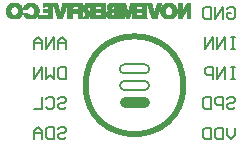
<source format=gbr>
G04 Layer_Color=32896*
%FSLAX26Y26*%
%MOIN*%
%TF.FileFunction,Legend,Bot*%
%TF.Part,Single*%
G01*
G75*
%TA.AperFunction,NonConductor*%
%ADD18C,0.007000*%
%ADD19C,0.020000*%
%ADD20C,0.038000*%
%ADD21C,0.001395*%
%ADD22C,0.008000*%
D18*
X432000Y239000D02*
G03*
X432000Y209000I0J-15000D01*
G01*
X500000Y264000D02*
G03*
X500000Y294000I0J15000D01*
G01*
X432000D02*
G03*
X432000Y264000I0J-15000D01*
G01*
X500000Y209000D02*
G03*
X500000Y239000I0J15000D01*
G01*
X432000Y294000D02*
X500000D01*
X432000Y264000D02*
X500000D01*
X432000Y209000D02*
X500000D01*
X432000Y239000D02*
X500000D01*
X773342Y478323D02*
X780006Y484987D01*
X793336D01*
X800000Y478323D01*
Y451664D01*
X793336Y445000D01*
X780006D01*
X773342Y451664D01*
Y464993D01*
X786671D01*
X760013Y445000D02*
Y484987D01*
X733355Y445000D01*
Y484987D01*
X720026D02*
Y445000D01*
X700032D01*
X693368Y451664D01*
Y478323D01*
X700032Y484987D01*
X720026D01*
X800000Y384987D02*
X786671D01*
X793336D01*
Y345000D01*
X800000D01*
X786671D01*
X766677D02*
Y384987D01*
X740019Y345000D01*
Y384987D01*
X726690Y345000D02*
Y384987D01*
X700032Y345000D01*
Y384987D01*
X800000Y83987D02*
Y57329D01*
X786671Y44000D01*
X773342Y57329D01*
Y83987D01*
X760013D02*
Y44000D01*
X740019D01*
X733355Y50664D01*
Y77323D01*
X740019Y83987D01*
X760013D01*
X720026D02*
Y44000D01*
X700032D01*
X693368Y50664D01*
Y77323D01*
X700032Y83987D01*
X720026D01*
X773342Y178323D02*
X780006Y184987D01*
X793336D01*
X800000Y178323D01*
Y171658D01*
X793336Y164994D01*
X780006D01*
X773342Y158329D01*
Y151665D01*
X780006Y145000D01*
X793336D01*
X800000Y151665D01*
X760013Y145000D02*
Y184987D01*
X740019D01*
X733355Y178323D01*
Y164994D01*
X740019Y158329D01*
X760013D01*
X720026Y184987D02*
Y145000D01*
X700032D01*
X693368Y151665D01*
Y178323D01*
X700032Y184987D01*
X720026D01*
X800000Y284987D02*
X786671D01*
X793336D01*
Y245000D01*
X800000D01*
X786671D01*
X766677D02*
Y284987D01*
X740019Y245000D01*
Y284987D01*
X726690Y245000D02*
Y284987D01*
X706697D01*
X700032Y278323D01*
Y264993D01*
X706697Y258329D01*
X726690D01*
D19*
X629012Y225000D02*
G03*
X629012Y225000I-163012J0D01*
G01*
D20*
X433000Y168000D02*
X499000D01*
D21*
X177040Y464185D02*
X190988D01*
X192382Y497660D02*
X207726D01*
X161697Y471159D02*
X190988D01*
X319309Y478133D02*
X333257D01*
X337442Y492081D02*
X368127D01*
X609428Y455816D02*
X627561D01*
X337442Y458606D02*
X368127D01*
X589901Y480922D02*
X605244D01*
X144959Y457211D02*
X157512D01*
X570374Y499055D02*
X588506D01*
X430894Y473948D02*
X440657D01*
X415551Y453026D02*
X429499D01*
X128222Y462790D02*
X144959D01*
X338837Y475343D02*
X368127D01*
X627561Y478133D02*
X652667D01*
X242595Y450237D02*
X256543D01*
X75219Y482317D02*
X90562D01*
X457395Y462790D02*
X469948D01*
X161697Y457211D02*
X190988D01*
X260728Y471159D02*
X290019D01*
X415551Y454421D02*
X429499D01*
X132406Y471159D02*
X146354D01*
X640114Y499055D02*
X652667D01*
X609428Y497660D02*
X623376D01*
X161697Y494870D02*
X190988D01*
X444842Y472553D02*
X456000D01*
X337442Y448842D02*
X368127D01*
X124037Y460000D02*
X143565D01*
X132406Y472553D02*
X146354D01*
X609428Y483712D02*
X623376D01*
X354179Y464185D02*
X368127D01*
X429499Y478133D02*
X440657D01*
X177040Y482317D02*
X190988D01*
X396024Y460000D02*
X409972D01*
X192382Y499055D02*
X207726D01*
X202146Y468369D02*
X216094D01*
X294203Y486502D02*
X313730D01*
X260728Y475343D02*
X290019D01*
X199357Y478133D02*
X213305D01*
X638719Y494870D02*
X652667D01*
X199357Y476738D02*
X213305D01*
X511792Y482317D02*
X527135D01*
X338837Y473948D02*
X368127D01*
X370917Y465579D02*
X384865D01*
X195172Y489291D02*
X210515D01*
X207726Y451631D02*
X225858D01*
X557821Y489291D02*
X601059D01*
X490870Y461395D02*
X504818D01*
X161697Y496265D02*
X190988D01*
X557821Y490686D02*
X601059D01*
X337442Y454421D02*
X368127D01*
X197962Y480922D02*
X211910D01*
X129617Y464185D02*
X144959D01*
X415551Y457211D02*
X429499D01*
X609428Y487896D02*
X623376D01*
X415551Y483712D02*
X437868D01*
X490870Y462790D02*
X504818D01*
X337442Y487896D02*
X368127D01*
X93352Y466974D02*
X107300D01*
X161697Y476738D02*
X190988D01*
X242595Y492081D02*
X256543D01*
X37560Y480922D02*
X54297D01*
X144959Y454421D02*
X157512D01*
X373707Y486502D02*
X390444D01*
X552241Y472553D02*
X566189D01*
X177040Y465579D02*
X190988D01*
X588506Y483712D02*
X605244D01*
X242595Y487896D02*
X256543D01*
X628955Y479528D02*
X652667D01*
X242595Y499055D02*
X256543D01*
X591296Y471159D02*
X606638D01*
X354179Y483712D02*
X368127D01*
X584322Y486502D02*
X603849D01*
X450421Y490686D02*
X469948D01*
X131011Y466974D02*
X144959D01*
X292808Y448842D02*
X309546D01*
X37560Y472553D02*
X51508D01*
X553636Y462790D02*
X570374D01*
X45929Y493476D02*
X83588D01*
X415551Y473948D02*
X428104D01*
X475527Y487896D02*
X504818D01*
X260728Y469764D02*
X290019D01*
X475527Y494870D02*
X504818D01*
X624771Y473948D02*
X638719D01*
X319309Y480922D02*
X333257D01*
X432288Y468369D02*
X453210D01*
X301177Y460000D02*
X317915D01*
X532714Y469764D02*
X545267D01*
X396024Y461395D02*
X409972D01*
X591296Y466974D02*
X606638D01*
X129617Y480922D02*
X144959D01*
X475527Y489291D02*
X504818D01*
X509002Y493476D02*
X522951D01*
X415551Y458606D02*
X429499D01*
X242595Y464185D02*
X256543D01*
X91957Y479528D02*
X107300D01*
X292808Y482317D02*
X308151D01*
X457395Y472553D02*
X469948D01*
X556426Y458606D02*
X602454D01*
X220279Y475343D02*
X232832D01*
X107300Y497660D02*
X131011D01*
X457395Y453026D02*
X469948D01*
X37560Y471159D02*
X51508D01*
X640114Y460000D02*
X652667D01*
X55692Y447447D02*
X73825D01*
X161697Y451631D02*
X190988D01*
X591296Y469764D02*
X606638D01*
X375102Y478133D02*
X409972D01*
X552241D02*
X567584D01*
Y448842D02*
X591296D01*
X45929Y453026D02*
X83588D01*
X308151Y499055D02*
X333257D01*
X206331Y457211D02*
X227253D01*
X200751Y475343D02*
X214699D01*
X296993Y492081D02*
X333257D01*
X449026Y489291D02*
X469948D01*
X207726Y454421D02*
X227253D01*
X302572Y465579D02*
X333257D01*
X535504Y479528D02*
X549452D01*
X197962Y483712D02*
X211910D01*
X260728Y489291D02*
X290019D01*
X75219Y464185D02*
X90562D01*
X437868Y448842D02*
X449026D01*
X51508Y497660D02*
X76614D01*
X94747Y485107D02*
X111484D01*
X69640Y486502D02*
X89167D01*
X126827Y461395D02*
X143565D01*
X242595Y476738D02*
X256543D01*
X609428Y493476D02*
X623376D01*
X103115Y494870D02*
X135196D01*
X193778D02*
X207726D01*
X490870Y480922D02*
X504818D01*
X415551Y461395D02*
X429499D01*
X75219Y465579D02*
X90562D01*
X132406Y475343D02*
X146354D01*
X242595Y461395D02*
X256543D01*
X396024Y465579D02*
X409972D01*
X44534Y492081D02*
X84983D01*
X609428Y479528D02*
X623376D01*
X195172Y492081D02*
X209120D01*
X43139Y490686D02*
X86378D01*
X415551Y469764D02*
X429499D01*
X294203Y450237D02*
X310941D01*
X532714Y472553D02*
X546662D01*
X609428Y460000D02*
X628955D01*
X446236Y480922D02*
X469948D01*
X513187Y478133D02*
X527135D01*
X475527Y473948D02*
X504818D01*
X292808Y447447D02*
X308151D01*
X337442Y493476D02*
X368127D01*
X209120Y450237D02*
X224463D01*
X144959Y451631D02*
X157512D01*
X415551Y497660D02*
X435078D01*
X609428Y447447D02*
X621981D01*
X100326Y492081D02*
X139380D01*
X384865Y499055D02*
X409972D01*
X37560Y475343D02*
X51508D01*
X295598Y453026D02*
X312336D01*
X415551Y496265D02*
X435078D01*
X319309Y482317D02*
X333257D01*
X591296Y476738D02*
X606638D01*
X415551Y447447D02*
X429499D01*
X457395Y475343D02*
X469948D01*
X276071Y483712D02*
X290019D01*
X623376Y469764D02*
X635929D01*
X630350Y482317D02*
X652667D01*
X225858Y496265D02*
X239806D01*
X204936Y460000D02*
X228648D01*
X380681Y497660D02*
X409972D01*
X380681Y448842D02*
X409972D01*
X457395Y465579D02*
X469948D01*
X511792Y483712D02*
X525740D01*
X475527Y499055D02*
X504818D01*
X436473Y451631D02*
X449026D01*
X161697Y458606D02*
X190988D01*
X552241Y471159D02*
X566189D01*
X242595Y490686D02*
X256543D01*
X429499Y475343D02*
X440657D01*
X373707Y485107D02*
X387655D01*
X555031Y461395D02*
X571768D01*
X221673Y485107D02*
X237016D01*
X223068Y487896D02*
X237016D01*
X475527Y454421D02*
X504818D01*
X415551Y455816D02*
X429499D01*
X513187Y480922D02*
X527135D01*
X475527Y471159D02*
X504818D01*
X396024Y482317D02*
X409972D01*
X555031Y485107D02*
X571768D01*
X97536Y457211D02*
X140775D01*
X538293Y492081D02*
X553636D01*
X557821Y457211D02*
X601059D01*
X588506Y462790D02*
X605244D01*
X507608Y496265D02*
X522951D01*
X475527Y451631D02*
X504818D01*
X373707Y482317D02*
X387655D01*
X376496Y476738D02*
X409972D01*
X129617Y482317D02*
X144959D01*
X224463Y493476D02*
X239806D01*
X76614Y466974D02*
X90562D01*
X475527Y450237D02*
X504818D01*
X511792Y485107D02*
X525740D01*
X640114Y464185D02*
X652667D01*
X375102Y453026D02*
X409972D01*
X319309Y451631D02*
X333257D01*
X447631Y482317D02*
X469948D01*
X541083Y497660D02*
X555031D01*
X640114Y457211D02*
X652667D01*
X319309Y476738D02*
X333257D01*
X76614Y472553D02*
X91957D01*
X93352Y482317D02*
X108695D01*
X415551Y493476D02*
X435078D01*
X609428Y480922D02*
X623376D01*
X591296Y479528D02*
X606638D01*
X444842Y473948D02*
X456000D01*
X131011Y478133D02*
X146354D01*
X631745Y485107D02*
X652667D01*
X354179Y486502D02*
X368127D01*
X260728Y497660D02*
X290019D01*
X177040Y485107D02*
X190988D01*
X220279Y479528D02*
X234227D01*
X354179Y462790D02*
X368127D01*
X276071Y479528D02*
X290019D01*
X415551Y465579D02*
X429499D01*
X559215Y454421D02*
X599664D01*
X609428Y453026D02*
X624771D01*
X534109Y473948D02*
X548057D01*
X375102Y492081D02*
X409972D01*
X591296Y475343D02*
X606638D01*
X609428Y451631D02*
X624771D01*
X630350Y480922D02*
X652667D01*
X338837Y476738D02*
X368127D01*
X161697Y493476D02*
X190988D01*
X436473Y453026D02*
X449026D01*
X94747Y462790D02*
X110089D01*
X609428Y486502D02*
X623376D01*
X524345Y447447D02*
X538293D01*
X589901Y482317D02*
X605244D01*
X475527Y448842D02*
X506213D01*
X76614Y468369D02*
X91957D01*
X430894Y472553D02*
X442052D01*
X437868Y450237D02*
X449026D01*
X563400Y494870D02*
X595480D01*
X72430Y461395D02*
X89167D01*
X538293Y489291D02*
X552241D01*
X224463Y492081D02*
X239806D01*
X534109Y476738D02*
X548057D01*
X298387Y493476D02*
X333257D01*
X203541Y465579D02*
X216094D01*
X161697Y478133D02*
X190988D01*
X50113Y450237D02*
X79404D01*
X96141Y458606D02*
X142170D01*
X429499Y476738D02*
X440657D01*
X197962Y482317D02*
X211910D01*
X161697Y487896D02*
X190988D01*
X242595Y482317D02*
X256543D01*
X511792Y486502D02*
X525740D01*
X555031D02*
X574558D01*
X532714Y471159D02*
X546662D01*
X223068Y486502D02*
X237016D01*
X55692Y499055D02*
X73825D01*
X475527Y475343D02*
X504818D01*
X557821Y455816D02*
X601059D01*
X609428Y466974D02*
X634534D01*
X536898Y483712D02*
X550846D01*
X638719Y496265D02*
X652667D01*
X218884Y473948D02*
X232832D01*
X640114Y454421D02*
X652667D01*
X292808Y479528D02*
X306756D01*
X372312Y455816D02*
X409972D01*
X475527Y497660D02*
X506213D01*
X415551Y478133D02*
X428104D01*
X457395Y460000D02*
X469948D01*
X103115Y451631D02*
X135196D01*
X144959Y458606D02*
X157512D01*
X375102Y472553D02*
X409972D01*
X429499Y479528D02*
X439262D01*
X302572Y497660D02*
X333257D01*
X609428Y472553D02*
X623376D01*
X37560Y466974D02*
X52903D01*
X260728Y487896D02*
X290019D01*
X560610Y493476D02*
X598270D01*
X354179Y480922D02*
X368127D01*
X242595Y471159D02*
X256543D01*
X517371Y465579D02*
X543872D01*
X161697Y479528D02*
X190988D01*
X319309Y460000D02*
X333257D01*
X301177Y496265D02*
X333257D01*
X609428Y499055D02*
X623376D01*
X433683Y464185D02*
X453210D01*
X52903Y448842D02*
X76614D01*
X509002Y490686D02*
X524345D01*
X475527Y455816D02*
X504818D01*
X640114Y475343D02*
X652667D01*
X446236Y479528D02*
X469948D01*
X457395Y458606D02*
X469948D01*
X296993Y469764D02*
X333257D01*
X295598Y473948D02*
X333257D01*
X260728Y486502D02*
X262123D01*
X276071Y458606D02*
X290019D01*
X202146Y471159D02*
X216094D01*
X96141Y460000D02*
X114274D01*
X298387Y455816D02*
X313730D01*
X437868Y447447D02*
X447631D01*
X589901Y464185D02*
X605244D01*
X415551Y476738D02*
X428104D01*
X521556Y454421D02*
X541083D01*
X295598Y471159D02*
X333257D01*
X552241Y479528D02*
X567584D01*
X337442Y489291D02*
X368127D01*
X435078Y458606D02*
X451816D01*
X552241Y475343D02*
X566189D01*
X242595Y494870D02*
X256543D01*
X37560Y476738D02*
X51508D01*
X370917Y460000D02*
X394629D01*
X276071Y461395D02*
X290019D01*
X446236Y478133D02*
X456000D01*
X225858Y494870D02*
X239806D01*
X319309Y479528D02*
X333257D01*
X609428Y464185D02*
X631745D01*
X220279Y476738D02*
X234227D01*
X609428Y490686D02*
X623376D01*
X475527Y496265D02*
X504818D01*
X144959Y460000D02*
X157512D01*
X161697Y469764D02*
X190988D01*
X513187Y479528D02*
X527135D01*
X415551Y492081D02*
X436473D01*
X242595Y473948D02*
X256543D01*
X451816Y496265D02*
X469948D01*
X370917Y464185D02*
X384865D01*
X553636Y480922D02*
X568979D01*
X475527Y457211D02*
X504818D01*
X609428Y465579D02*
X633140D01*
X433683D02*
X453210D01*
X97536Y489291D02*
X140775D01*
X177040Y462790D02*
X190988D01*
X609428Y494870D02*
X623376D01*
X221673Y480922D02*
X235621D01*
X640114Y468369D02*
X652667D01*
X242595Y447447D02*
X256543D01*
X514582Y473948D02*
X528530D01*
X609428Y450237D02*
X623376D01*
X161697Y486502D02*
X163092D01*
X260728Y473948D02*
X290019D01*
X372312Y468369D02*
X409972D01*
X552241Y466974D02*
X567584D01*
X294203Y476738D02*
X308151D01*
X220279Y478133D02*
X234227D01*
X303967Y462790D02*
X333257D01*
X131011Y476738D02*
X146354D01*
X475527Y472553D02*
X504818D01*
X218884D02*
X232832D01*
X295598Y489291D02*
X333257D01*
X429499Y480922D02*
X439262D01*
X451816Y497660D02*
X469948D01*
X40349Y485107D02*
X57087D01*
X242595Y478133D02*
X256543D01*
X490870Y483712D02*
X504818D01*
X415551Y472553D02*
X428104D01*
X319309Y485107D02*
X333257D01*
X38955Y462790D02*
X55692D01*
X591296Y478133D02*
X606638D01*
X276071Y482317D02*
X290019D01*
X510397Y487896D02*
X524345D01*
X384865Y447447D02*
X409972D01*
X260728Y492081D02*
X290019D01*
X415551Y490686D02*
X436473D01*
X447631Y483712D02*
X469948D01*
X631745D02*
X652667D01*
X217489Y469764D02*
X231437D01*
X276071Y464185D02*
X290019D01*
X552241Y468369D02*
X567584D01*
X203541Y466974D02*
X216094D01*
X396024Y486502D02*
X409972D01*
X640114Y461395D02*
X652667D01*
X100326Y493476D02*
X137985D01*
X449026Y485107D02*
X469948D01*
X552241Y473948D02*
X566189D01*
X337442Y451631D02*
X368127D01*
X373707Y487896D02*
X409972D01*
X131011Y469764D02*
X146354D01*
X521556Y455816D02*
X541083D01*
X276071Y457211D02*
X290019D01*
X242595Y451631D02*
X256543D01*
X161697Y460000D02*
X190988D01*
X161697Y490686D02*
X190988D01*
X242595Y453026D02*
X256543D01*
X37560Y468369D02*
X52903D01*
X515976Y471159D02*
X529924D01*
X76614Y478133D02*
X91957D01*
X242595Y475343D02*
X256543D01*
X161697Y448842D02*
X190988D01*
X338837Y472553D02*
X368127D01*
X337442Y450237D02*
X368127D01*
X96141Y487896D02*
X142170D01*
X276071Y462790D02*
X290019D01*
X475527Y476738D02*
X504818D01*
X490870Y482317D02*
X504818D01*
X195172Y490686D02*
X210515D01*
X457395Y471159D02*
X469948D01*
X522951Y448842D02*
X539688D01*
X589901Y465579D02*
X605244D01*
X640114Y450237D02*
X652667D01*
X457395Y464185D02*
X469948D01*
X276071Y454421D02*
X290019D01*
X396024Y462790D02*
X409972D01*
X640114Y473948D02*
X652667D01*
X338837Y478133D02*
X368127D01*
X475527Y492081D02*
X504818D01*
X415551Y451631D02*
X429499D01*
X609428Y485107D02*
X623376D01*
X319309Y461395D02*
X333257D01*
X93352Y483712D02*
X110089D01*
X242595Y493476D02*
X256543D01*
X640114Y453026D02*
X652667D01*
X50113Y496265D02*
X79404D01*
X161697Y497660D02*
X190988D01*
X457395Y457211D02*
X469948D01*
X430894Y471159D02*
X442052D01*
X553636Y482317D02*
X568979D01*
X242595Y458606D02*
X256543D01*
X640114Y455816D02*
X652667D01*
X370917Y462790D02*
X384865D01*
X559215Y492081D02*
X599664D01*
X242595Y472553D02*
X256543D01*
X373707Y483712D02*
X387655D01*
X40349Y486502D02*
X59877D01*
X225858Y499055D02*
X241201D01*
X242595Y468369D02*
X256543D01*
X206331Y455816D02*
X227253D01*
X129617Y465579D02*
X144959D01*
X609428Y457211D02*
X627561D01*
X475527Y458606D02*
X504818D01*
X260728Y468369D02*
X290019D01*
X415551Y475343D02*
X428104D01*
X372312Y469764D02*
X409972D01*
X640114Y497660D02*
X652667D01*
X242595Y454421D02*
X256543D01*
X276071Y453026D02*
X290019D01*
X475527Y468369D02*
X504818D01*
X319309Y486502D02*
X333257D01*
X507608Y499055D02*
X521556D01*
X457395Y473948D02*
X469948D01*
X217489Y466974D02*
X231437D01*
X202146Y469764D02*
X216094D01*
X144959Y455816D02*
X157512D01*
X354179Y482317D02*
X368127D01*
X354179Y485107D02*
X368127D01*
X242595Y489291D02*
X256543D01*
X294203Y475343D02*
X309546D01*
X276071Y465579D02*
X290019D01*
X609428Y468369D02*
X634534D01*
X415551Y482317D02*
X439262D01*
X450421Y494870D02*
X469948D01*
X37560Y473948D02*
X51508D01*
X457395Y450237D02*
X469948D01*
X161697Y453026D02*
X190988D01*
X518766Y462790D02*
X543872D01*
X609428Y473948D02*
X623376D01*
X337442Y499055D02*
X366733D01*
X415551Y468369D02*
X429499D01*
X242595Y462790D02*
X256543D01*
X450421Y493476D02*
X469948D01*
X609428Y469764D02*
X621981D01*
X41744Y489291D02*
X86378D01*
X457395Y468369D02*
X469948D01*
X518766Y461395D02*
X543872D01*
X637324Y493476D02*
X652667D01*
X337442Y457211D02*
X368127D01*
X521556Y453026D02*
X539688D01*
X560610D02*
X598270D01*
X449026Y486502D02*
X469948D01*
X450421Y492081D02*
X469948D01*
X490870Y486502D02*
X504818D01*
X415551Y466974D02*
X429499D01*
X570374Y447447D02*
X588506D01*
X475527Y479528D02*
X504818D01*
X539688Y493476D02*
X553636D01*
X538293Y490686D02*
X552241D01*
X415551Y480922D02*
X428104D01*
X337442Y460000D02*
X368127D01*
X203541Y464185D02*
X230042D01*
X564794Y450237D02*
X594085D01*
X196567Y486502D02*
X210515D01*
X276071D02*
X290019D01*
X128222Y483712D02*
X144959D01*
X640114Y466974D02*
X652667D01*
X319309Y448842D02*
X333257D01*
X415551Y486502D02*
X437868D01*
X319309Y450237D02*
X333257D01*
X592691Y472553D02*
X606638D01*
X260728Y490686D02*
X290019D01*
X517371Y468369D02*
X531319D01*
X93352Y464185D02*
X108695D01*
X131011Y468369D02*
X146354D01*
X640114Y458606D02*
X652667D01*
X396024Y466974D02*
X409972D01*
X640114Y448842D02*
X652667D01*
X144959Y450237D02*
X157512D01*
X196567Y485107D02*
X211910D01*
X457395Y455816D02*
X469948D01*
X553636Y464185D02*
X568979D01*
X298387Y468369D02*
X333257D01*
X132406Y473948D02*
X146354D01*
X435078Y460000D02*
X451816D01*
X587111Y461395D02*
X603849D01*
X296993Y454421D02*
X313730D01*
X354179Y466974D02*
X368127D01*
X276071Y447447D02*
X290019D01*
X609428Y475343D02*
X623376D01*
X436473Y455816D02*
X450421D01*
X535504Y478133D02*
X548057D01*
X415551Y479528D02*
X428104D01*
X260728Y496265D02*
X290019D01*
X564794D02*
X594085D01*
X640114Y469764D02*
X652667D01*
X640114Y447447D02*
X652667D01*
X555031Y460000D02*
X574558D01*
X319309Y455816D02*
X333257D01*
X204936Y462790D02*
X228648D01*
X535504Y482317D02*
X549452D01*
X37560Y465579D02*
X54297D01*
X626166Y475343D02*
X638719D01*
X640114Y451631D02*
X652667D01*
X609428Y482317D02*
X623376D01*
X433683Y461395D02*
X451816D01*
X517371Y466974D02*
X545267D01*
X161697Y473948D02*
X190988D01*
X536898Y485107D02*
X550846D01*
X396024Y480922D02*
X409972D01*
X242595Y497660D02*
X256543D01*
X206331Y458606D02*
X227253D01*
X104510Y496265D02*
X133801D01*
X98931Y455816D02*
X139380D01*
X276071Y448842D02*
X290019D01*
X110089Y447447D02*
X128222D01*
X490870Y485107D02*
X504818D01*
X536898Y487896D02*
X552241D01*
X161697Y499055D02*
X190988D01*
X204936Y461395D02*
X228648D01*
X319309Y457211D02*
X333257D01*
X396024Y464185D02*
X409972D01*
X37560Y469764D02*
X51508D01*
X193778Y496265D02*
X207726D01*
X373707Y454421D02*
X409972D01*
X242595Y465579D02*
X256543D01*
X634534Y489291D02*
X652667D01*
X38955Y483712D02*
X55692D01*
X415551Y448842D02*
X429499D01*
X295598Y451631D02*
X310941D01*
X337442Y490686D02*
X368127D01*
X242595Y496265D02*
X256543D01*
X221673Y482317D02*
X235621D01*
X449026Y487896D02*
X469948D01*
X161697Y489291D02*
X190988D01*
X200751Y472553D02*
X214699D01*
X242595Y455816D02*
X256543D01*
X76614Y473948D02*
X91957D01*
X624771Y472553D02*
X637324D01*
X292808Y480922D02*
X306756D01*
X563400Y451631D02*
X595480D01*
X292808Y483712D02*
X308151D01*
X193778Y493476D02*
X209120D01*
X98931Y490686D02*
X140775D01*
X507608Y494870D02*
X522951D01*
X475527Y469764D02*
X504818D01*
X640114Y471159D02*
X652667D01*
X609428Y458606D02*
X628955D01*
X415551Y450237D02*
X429499D01*
X196567Y487896D02*
X210515D01*
X457395Y447447D02*
X469948D01*
X415551Y460000D02*
X429499D01*
X144959Y453026D02*
X157512D01*
X337442Y496265D02*
X368127D01*
X242595Y469764D02*
X256543D01*
X41744Y487896D02*
X87772D01*
X457395Y451631D02*
X469948D01*
X217489Y465579D02*
X230042D01*
X260728Y493476D02*
X290019D01*
X218884Y471159D02*
X231437D01*
X260728Y472553D02*
X290019D01*
X370917Y458606D02*
X409972D01*
X104510Y450237D02*
X133801D01*
X514582Y476738D02*
X528530D01*
X161697Y492081D02*
X190988D01*
X144959Y448842D02*
X157512D01*
X379286Y475343D02*
X409972D01*
X634534Y487896D02*
X652667D01*
X415551Y499055D02*
X433683D01*
X453210D02*
X469948D01*
X94747Y461395D02*
X112879D01*
X415551Y487896D02*
X436473D01*
X539688Y494870D02*
X553636D01*
X522951Y450237D02*
X539688D01*
X536898Y486502D02*
X552241D01*
X338837Y468369D02*
X368127D01*
X444842Y475343D02*
X456000D01*
X242595Y479528D02*
X256543D01*
X144959Y447447D02*
X157512D01*
X161697Y475343D02*
X190988D01*
X475527Y460000D02*
X504818D01*
X76614Y475343D02*
X91957D01*
X372312Y457211D02*
X409972D01*
X509002Y492081D02*
X522951D01*
X76614Y471159D02*
X91957D01*
X415551Y494870D02*
X435078D01*
X299782Y457211D02*
X315125D01*
X609428Y462790D02*
X631745D01*
X242595Y448842D02*
X256543D01*
X301177Y458606D02*
X316520D01*
X177040Y461395D02*
X190988D01*
X354179D02*
X368127D01*
X260728Y476738D02*
X290019D01*
X199357Y479528D02*
X213305D01*
X161697Y472553D02*
X190988D01*
X319309Y447447D02*
X333257D01*
X435078Y457211D02*
X450421D01*
X131011Y479528D02*
X144959D01*
X432288Y466974D02*
X453210D01*
X490870Y464185D02*
X504818D01*
X609428Y489291D02*
X623376D01*
X302572Y461395D02*
X317915D01*
X260728Y466974D02*
X290019D01*
X514582Y475343D02*
X528530D01*
X305361Y464185D02*
X333257D01*
X161697Y455816D02*
X190988D01*
X242595Y480922D02*
X256543D01*
X110089Y499055D02*
X128222D01*
X587111Y485107D02*
X603849D01*
X457395Y448842D02*
X469948D01*
X379286Y496265D02*
X409972D01*
X475527Y490686D02*
X504818D01*
X377891Y450237D02*
X409972D01*
X47323Y451631D02*
X80799D01*
X552241Y476738D02*
X566189D01*
X76614D02*
X91957D01*
X224463Y490686D02*
X238411D01*
X337442Y447447D02*
X366733D01*
X96141Y486502D02*
X114274D01*
X457395Y454421D02*
X469948D01*
X609428Y461395D02*
X630350D01*
X225858Y497660D02*
X241201D01*
X177040Y466974D02*
X190988D01*
X532714Y468369D02*
X545267D01*
X376496Y451631D02*
X409972D01*
X522951D02*
X539688D01*
X217489Y468369D02*
X231437D01*
X539688Y496265D02*
X555031D01*
X337442Y497660D02*
X368127D01*
X177040Y486502D02*
X190988D01*
X534109Y475343D02*
X548057D01*
X640114Y462790D02*
X652667D01*
X242595Y485107D02*
X256543D01*
X553636Y465579D02*
X568979D01*
X446236Y476738D02*
X456000D01*
X490870Y466974D02*
X504818D01*
X376496Y473948D02*
X409972D01*
X319309Y458606D02*
X333257D01*
X93352Y465579D02*
X108695D01*
X276071Y460000D02*
X290019D01*
X415551Y489291D02*
X436473D01*
X260728Y499055D02*
X290019D01*
X609428Y471159D02*
X635929D01*
X640114Y472553D02*
X652667D01*
X37560Y478133D02*
X52903D01*
X444842Y471159D02*
X454605D01*
X520161Y457211D02*
X541083D01*
X370917Y466974D02*
X386260D01*
X490870Y465579D02*
X504818D01*
X457395Y461395D02*
X469948D01*
X338837Y479528D02*
X368127D01*
X518766Y464185D02*
X543872D01*
X299782Y494870D02*
X333257D01*
X209120Y447447D02*
X224463D01*
X373707Y480922D02*
X389050D01*
X337442Y453026D02*
X368127D01*
X520161Y460000D02*
X542478D01*
X276071Y450237D02*
X290019D01*
X592691Y473948D02*
X606638D01*
X107300Y448842D02*
X131011D01*
X100326Y453026D02*
X136590D01*
X37560Y479528D02*
X52903D01*
X44534Y454421D02*
X83588D01*
X242595Y466974D02*
X256543D01*
X338837Y469764D02*
X368127D01*
X567584Y497660D02*
X591296D01*
X177040Y480922D02*
X190988D01*
X457395Y476738D02*
X469948D01*
X510397Y489291D02*
X524345D01*
X126827Y485107D02*
X143565D01*
X373707Y489291D02*
X409972D01*
X294203Y485107D02*
X309546D01*
X69640Y460000D02*
X89167D01*
X242595D02*
X256543D01*
X76614Y469764D02*
X91957D01*
X294203Y478133D02*
X308151D01*
X415551Y462790D02*
X429499D01*
X294203Y487896D02*
X333257D01*
X520161Y458606D02*
X542478D01*
X553636Y483712D02*
X570374D01*
X319309Y453026D02*
X333257D01*
X609428Y448842D02*
X623376D01*
X295598Y490686D02*
X333257D01*
X609428Y476738D02*
X623376D01*
X209120Y448842D02*
X224463D01*
X457395Y466974D02*
X469948D01*
X415551Y464185D02*
X429499D01*
X475527Y453026D02*
X504818D01*
X177040Y483712D02*
X190988D01*
X242595Y457211D02*
X256543D01*
X337442Y494870D02*
X368127D01*
X276071Y485107D02*
X290019D01*
X584322Y460000D02*
X603849D01*
X276071Y455816D02*
X290019D01*
X40349Y460000D02*
X59877D01*
X433683Y462790D02*
X451816D01*
X535504Y480922D02*
X549452D01*
X40349Y461395D02*
X57087D01*
X552241Y469764D02*
X566189D01*
X627561Y476738D02*
X652667D01*
X242595Y483712D02*
X256543D01*
X337442Y455816D02*
X368127D01*
X72430Y485107D02*
X89167D01*
X609428Y454421D02*
X626166D01*
X475527Y447447D02*
X504818D01*
X432288Y469764D02*
X442052D01*
X295598Y472553D02*
X333257D01*
X73825Y462790D02*
X90562D01*
X41744Y458606D02*
X87772D01*
X38955Y464185D02*
X54297D01*
X338837Y471159D02*
X368127D01*
X223068Y489291D02*
X238411D01*
X436473Y454421D02*
X450421D01*
X161697Y468369D02*
X190988D01*
X75219Y480922D02*
X90562D01*
X377891Y494870D02*
X409972D01*
X609428Y478133D02*
X623376D01*
X376496Y493476D02*
X409972D01*
X124037Y486502D02*
X143565D01*
X475527Y478133D02*
X504818D01*
X609428Y492081D02*
X623376D01*
X415551Y485107D02*
X437868D01*
X640114Y465579D02*
X652667D01*
X507608Y497660D02*
X521556D01*
X635929Y490686D02*
X652667D01*
X43139Y455816D02*
X86378D01*
X47323Y494870D02*
X80799D01*
X161697Y447447D02*
X190988D01*
X100326Y454421D02*
X137985D01*
X200751Y473948D02*
X214699D01*
X276071Y451631D02*
X290019D01*
X161697Y450237D02*
X190988D01*
X373707Y471159D02*
X409972D01*
X354179Y465579D02*
X368127D01*
X93352Y480922D02*
X108695D01*
X609428Y496265D02*
X623376D01*
X633140Y486502D02*
X652667D01*
X443447Y469764D02*
X454605D01*
X260728Y478133D02*
X290019D01*
X38955Y482317D02*
X54297D01*
X319309Y475343D02*
X333257D01*
X161697Y454421D02*
X190988D01*
X635929Y492081D02*
X652667D01*
X515976Y472553D02*
X529924D01*
X319309Y454421D02*
X333257D01*
X591296Y468369D02*
X606638D01*
X396024Y483712D02*
X409972D01*
X541083Y499055D02*
X555031D01*
X415551Y471159D02*
X429499D01*
X375102Y490686D02*
X409972D01*
X396024Y485107D02*
X409972D01*
X260728Y494870D02*
X290019D01*
X475527Y493476D02*
X504818D01*
X375102Y479528D02*
X409972D01*
X457395Y478133D02*
X469948D01*
X299782Y466974D02*
X333257D01*
X73825Y483712D02*
X90562D01*
X556426Y487896D02*
X602454D01*
X76614Y479528D02*
X90562D01*
X221673Y483712D02*
X235621D01*
X207726Y453026D02*
X225858D01*
X41744Y457211D02*
X86378D01*
X242595Y486502D02*
X256543D01*
X370917Y461395D02*
X386260D01*
X457395Y469764D02*
X469948D01*
X515976D02*
X529924D01*
X276071Y480922D02*
X290019D01*
X319309Y483712D02*
X333257D01*
D22*
X237000Y284987D02*
Y245000D01*
X217006D01*
X210342Y251665D01*
Y278323D01*
X217006Y284987D01*
X237000D01*
X197013D02*
Y245000D01*
X183684Y258329D01*
X170355Y245000D01*
Y284987D01*
X157026Y245000D02*
Y284987D01*
X130368Y245000D01*
Y284987D01*
X211342Y78323D02*
X218006Y84987D01*
X231335D01*
X238000Y78323D01*
Y71658D01*
X231335Y64993D01*
X218006D01*
X211342Y58329D01*
Y51664D01*
X218006Y45000D01*
X231335D01*
X238000Y51664D01*
X198013Y84987D02*
Y45000D01*
X178019D01*
X171355Y51664D01*
Y78323D01*
X178019Y84987D01*
X198013D01*
X158026Y45000D02*
Y71658D01*
X144697Y84987D01*
X131368Y71658D01*
Y45000D01*
Y64993D01*
X158026D01*
X211342Y178323D02*
X218006Y184987D01*
X231335D01*
X238000Y178323D01*
Y171658D01*
X231335Y164994D01*
X218006D01*
X211342Y158329D01*
Y151665D01*
X218006Y145000D01*
X231335D01*
X238000Y151665D01*
X171355Y178323D02*
X178019Y184987D01*
X191348D01*
X198013Y178323D01*
Y151665D01*
X191348Y145000D01*
X178019D01*
X171355Y151665D01*
X158026Y184987D02*
Y145000D01*
X131368D01*
X238000Y345000D02*
Y371658D01*
X224671Y384987D01*
X211342Y371658D01*
Y345000D01*
Y364993D01*
X238000D01*
X198013Y345000D02*
Y384987D01*
X171355Y345000D01*
Y384987D01*
X158026Y345000D02*
Y371658D01*
X144697Y384987D01*
X131368Y371658D01*
Y345000D01*
Y364993D01*
X158026D01*
%TF.MD5,a40f0c71453b36457367f0cb34a88990*%
M02*

</source>
